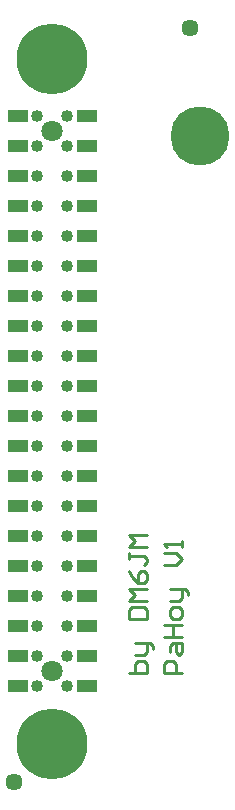
<source format=gts>
G04*
G04 #@! TF.GenerationSoftware,Altium Limited,Altium Designer,23.1.1 (15)*
G04*
G04 Layer_Color=8388736*
%FSLAX44Y44*%
%MOMM*%
G71*
G04*
G04 #@! TF.SameCoordinates,04F7D17D-12FE-4B87-B1C5-EF4B9C776E75*
G04*
G04*
G04 #@! TF.FilePolarity,Negative*
G04*
G01*
G75*
%ADD12C,0.2540*%
%ADD14R,1.7800X1.0200*%
%ADD15C,1.4480*%
%ADD16C,1.8000*%
%ADD17C,1.0200*%
%ADD18C,5.0000*%
%ADD19C,6.0000*%
D12*
X110250Y105410D02*
X125485D01*
Y113027D01*
X122946Y115567D01*
X120407D01*
X117868D01*
X115329Y113027D01*
Y105410D01*
Y120645D02*
X122946D01*
X125485Y123184D01*
Y130802D01*
X128024D01*
X130564Y128263D01*
Y125723D01*
X125485Y130802D02*
X115329D01*
X110250Y151115D02*
X125485D01*
Y158733D01*
X122946Y161272D01*
X112789D01*
X110250Y158733D01*
Y151115D01*
X125485Y166350D02*
X110250D01*
X115329Y171429D01*
X110250Y176507D01*
X125485D01*
X110250Y191742D02*
X112789Y186664D01*
X117868Y181585D01*
X122946D01*
X125485Y184125D01*
Y189203D01*
X122946Y191742D01*
X120407D01*
X117868Y189203D01*
Y181585D01*
X110250Y206977D02*
Y201899D01*
Y204438D01*
X122946D01*
X125485Y201899D01*
Y199360D01*
X122946Y196820D01*
X125485Y212055D02*
X110250D01*
X115329Y217134D01*
X110250Y222212D01*
X125485D01*
X154942Y105410D02*
X139707D01*
Y113027D01*
X142246Y115567D01*
X147324D01*
X149863Y113027D01*
Y105410D01*
X144785Y123184D02*
Y128263D01*
X147324Y130802D01*
X154942D01*
Y123184D01*
X152402Y120645D01*
X149863Y123184D01*
Y130802D01*
X139707Y135880D02*
X154942D01*
X147324D01*
Y146037D01*
X139707D01*
X154942D01*
Y153654D02*
Y158733D01*
X152402Y161272D01*
X147324D01*
X144785Y158733D01*
Y153654D01*
X147324Y151115D01*
X152402D01*
X154942Y153654D01*
X144785Y166350D02*
X152402D01*
X154942Y168890D01*
Y176507D01*
X157481D01*
X160020Y173968D01*
Y171429D01*
X154942Y176507D02*
X144785D01*
X139707Y196820D02*
X149863D01*
X154942Y201899D01*
X149863Y206977D01*
X139707D01*
X154942Y212055D02*
Y217134D01*
Y214595D01*
X139707D01*
X142246Y212055D01*
D14*
X74100Y93700D02*
D03*
Y119100D02*
D03*
Y144500D02*
D03*
Y169900D02*
D03*
Y195300D02*
D03*
Y220700D02*
D03*
Y246100D02*
D03*
Y271500D02*
D03*
Y296900D02*
D03*
Y322300D02*
D03*
Y347700D02*
D03*
Y373100D02*
D03*
Y398500D02*
D03*
Y423900D02*
D03*
Y449300D02*
D03*
Y474700D02*
D03*
Y500100D02*
D03*
Y525500D02*
D03*
Y550900D02*
D03*
Y576300D02*
D03*
X15900Y93700D02*
D03*
Y119100D02*
D03*
Y144500D02*
D03*
Y169900D02*
D03*
Y195300D02*
D03*
Y220700D02*
D03*
Y246100D02*
D03*
Y271500D02*
D03*
Y296900D02*
D03*
Y322300D02*
D03*
Y347700D02*
D03*
Y373100D02*
D03*
Y398500D02*
D03*
Y423900D02*
D03*
Y449300D02*
D03*
Y474700D02*
D03*
Y500100D02*
D03*
Y525500D02*
D03*
Y550900D02*
D03*
Y576300D02*
D03*
D15*
X161290Y651510D02*
D03*
X12700Y12700D02*
D03*
D16*
X45000Y563600D02*
D03*
Y106400D02*
D03*
D17*
X32300Y576300D02*
D03*
Y550900D02*
D03*
Y525500D02*
D03*
Y500100D02*
D03*
Y474700D02*
D03*
Y449300D02*
D03*
Y423900D02*
D03*
Y398500D02*
D03*
Y373100D02*
D03*
Y347700D02*
D03*
Y322300D02*
D03*
Y296900D02*
D03*
Y271500D02*
D03*
Y246100D02*
D03*
Y220700D02*
D03*
Y195300D02*
D03*
Y169900D02*
D03*
Y144500D02*
D03*
Y119100D02*
D03*
Y93700D02*
D03*
X57700Y144500D02*
D03*
Y119100D02*
D03*
Y93700D02*
D03*
Y576300D02*
D03*
Y550900D02*
D03*
Y525500D02*
D03*
Y500100D02*
D03*
Y474700D02*
D03*
Y449300D02*
D03*
Y423900D02*
D03*
Y398500D02*
D03*
Y373100D02*
D03*
Y347700D02*
D03*
Y322300D02*
D03*
Y296900D02*
D03*
Y271500D02*
D03*
Y246100D02*
D03*
Y220700D02*
D03*
Y195300D02*
D03*
Y169900D02*
D03*
D18*
X170000Y560000D02*
D03*
D19*
X45000Y625000D02*
D03*
Y45000D02*
D03*
M02*

</source>
